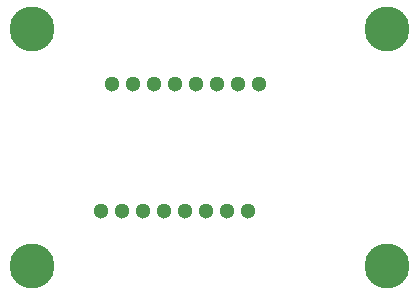
<source format=gbr>
%TF.GenerationSoftware,KiCad,Pcbnew,9.0.5*%
%TF.CreationDate,2025-10-14T06:31:36+02:00*%
%TF.ProjectId,PCB_Mouse,5043425f-4d6f-4757-9365-2e6b69636164,rev?*%
%TF.SameCoordinates,Original*%
%TF.FileFunction,Soldermask,Bot*%
%TF.FilePolarity,Negative*%
%FSLAX46Y46*%
G04 Gerber Fmt 4.6, Leading zero omitted, Abs format (unit mm)*
G04 Created by KiCad (PCBNEW 9.0.5) date 2025-10-14 06:31:36*
%MOMM*%
%LPD*%
G01*
G04 APERTURE LIST*
%ADD10C,3.800000*%
%ADD11C,1.300000*%
G04 APERTURE END LIST*
D10*
%TO.C,H2*%
X117500000Y-90000000D03*
%TD*%
D11*
%TO.C,U1*%
X106675000Y-94650000D03*
X104895000Y-94650000D03*
X103115000Y-94650000D03*
X101335000Y-94650000D03*
X99555000Y-94650000D03*
X97775000Y-94650000D03*
X95995000Y-94650000D03*
X94215000Y-94650000D03*
X93325000Y-105350000D03*
X95105000Y-105350000D03*
X96885000Y-105350000D03*
X98665000Y-105350000D03*
X100445000Y-105350000D03*
X102225000Y-105350000D03*
X104005000Y-105350000D03*
X105785000Y-105350000D03*
%TD*%
D10*
%TO.C,H1*%
X87500000Y-90000000D03*
%TD*%
%TO.C,H3*%
X87500000Y-110000000D03*
%TD*%
%TO.C,H4*%
X117500000Y-110000000D03*
%TD*%
M02*

</source>
